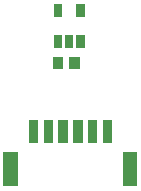
<source format=gts>
G04 Layer: TopSolderMaskLayer*
G04 EasyEDA v6.4.23, 2021-09-04T00:31:51+08:00*
G04 872143699bd64a1e8f6259a32930bd7b,34bb6763e28e4bbdb854ef51fa08daf4,10*
G04 Gerber Generator version 0.2*
G04 Scale: 100 percent, Rotated: No, Reflected: No *
G04 Dimensions in millimeters *
G04 leading zeros omitted , absolute positions ,4 integer and 5 decimal *
%FSLAX45Y45*%
%MOMM*%

%ADD10C,0.0001*%

%LPD*%
G36*
X1498092Y1131062D02*
G01*
X1498092Y1231137D01*
X1588262Y1231137D01*
X1588262Y1131062D01*
G37*
G36*
X1358137Y1131062D02*
G01*
X1358137Y1231137D01*
X1448307Y1231137D01*
X1448307Y1131062D01*
G37*
G36*
X1281684Y509270D02*
G01*
X1281684Y699770D01*
X1361947Y699770D01*
X1361947Y509270D01*
G37*
G36*
X1156715Y509270D02*
G01*
X1156715Y699770D01*
X1236979Y699770D01*
X1236979Y509270D01*
G37*
G36*
X1956308Y139445D02*
G01*
X1956308Y429768D01*
X2076704Y429768D01*
X2076704Y139445D01*
G37*
G36*
X941578Y139445D02*
G01*
X941578Y429768D01*
X1061973Y429768D01*
X1061973Y139445D01*
G37*
G36*
X1406652Y509270D02*
G01*
X1406652Y699770D01*
X1486915Y699770D01*
X1486915Y509270D01*
G37*
G36*
X1531620Y509270D02*
G01*
X1531620Y699770D01*
X1611884Y699770D01*
X1611884Y509270D01*
G37*
G36*
X1656587Y509270D02*
G01*
X1656587Y699770D01*
X1736852Y699770D01*
X1736852Y509270D01*
G37*
G36*
X1781555Y509270D02*
G01*
X1781555Y699770D01*
X1861820Y699770D01*
X1861820Y509270D01*
G37*
G36*
X1369821Y1575054D02*
G01*
X1369821Y1685036D01*
X1440179Y1685036D01*
X1440179Y1575054D01*
G37*
G36*
X1559813Y1575054D02*
G01*
X1559813Y1685036D01*
X1630171Y1685036D01*
X1630171Y1575054D01*
G37*
G36*
X1559813Y1314957D02*
G01*
X1559813Y1425194D01*
X1630171Y1425194D01*
X1630171Y1314957D01*
G37*
G36*
X1464818Y1314957D02*
G01*
X1464818Y1425194D01*
X1535176Y1425194D01*
X1535176Y1314957D01*
G37*
G36*
X1369821Y1314957D02*
G01*
X1369821Y1425194D01*
X1440179Y1425194D01*
X1440179Y1314957D01*
G37*
M02*

</source>
